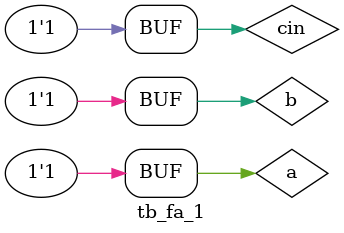
<source format=v>

`timescale 1ns / 1ps

module tb_fa_1;
    // Inputs
    reg a, b, cin;

    // Outputs
    wire sum, cout;

    // Instantiate the Unit Under Test (UUT)
    fa_1 uut (
        .a(a),
        .b(b),
        .cin(cin),
        .sum(sum),
        .cout(cout)
    );

    initial begin
        // Initialize Inputs
        a = 0; b = 0; cin = 0;
        
        // Wait 100 ns for global reset to finish
        #100;
        
        // Add stimulus here
        a = 0; b = 0; cin = 0; #100;
        a = 0; b = 1; cin = 0; #100;
        a = 1; b = 0; cin = 0; #100;
        a = 1; b = 1; cin = 0; #100;
        a = 0; b = 0; cin = 1; #100;
        a = 0; b = 1; cin = 1; #100;
        a = 1; b = 0; cin = 1; #100;
        a = 1; b = 1; cin = 1; #100;

    end

    
endmodule

</source>
